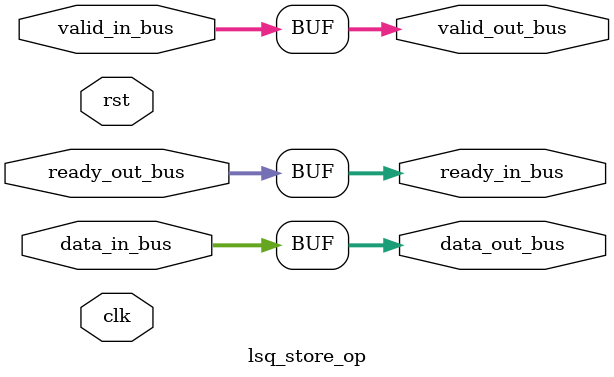
<source format=v>


module lsq_load_op #(parameter INPUTS = 2,
		parameter OUTPUTS = 2,
		parameter DATA_SIZE = 32,
		parameter ADDRESS_SIZE = 32)
	(
		input clk,
		input rst,
		input [INPUTS * (DATA_SIZE)- 1 : 0]data_in_bus,
		input [INPUTS - 1 : 0]valid_in_bus,
		output [INPUTS - 1 : 0] ready_in_bus,
		
		output [OUTPUTS * (DATA_SIZE) - 1 : 0]data_out_bus,
		output [OUTPUTS - 1 : 0]valid_out_bus,
		input 	[OUTPUTS - 1 : 0] ready_out_bus
);
	
	assign data_out_bus[1 * DATA_SIZE +: DATA_SIZE] = data_in_bus[1 * DATA_SIZE +: DATA_SIZE];
	assign valid_out_bus[1] = valid_in_bus[1];
	assign ready_in_bus[1] = ready_out_bus[1];
	
	assign data_out_bus[0 * DATA_SIZE +: DATA_SIZE] = data_in_bus[0 * DATA_SIZE +: DATA_SIZE];
	assign valid_out_bus[0] = valid_in_bus[0];
	assign ready_in_bus[0] = ready_out_bus[0];
endmodule




//----------------------------------------------------------------------- 
//-- LSQ Store Operation, version 0.0
//-----------------------------------------------------------------------
//As always Address is in 1 and data is in 0

//Wrong implementation. There will be problem when data size and address size are not equal
module lsq_store_op #(parameter INPUTS = 2,
		parameter OUTPUTS = 2,
		parameter DATA_SIZE = 32,
		parameter ADDRESS_SIZE = 32)
	(
		input clk,
		input rst,
		input [INPUTS * (DATA_SIZE)- 1 : 0]data_in_bus,
		input [INPUTS - 1 : 0]valid_in_bus,
		output [INPUTS - 1 : 0] ready_in_bus,
		
		output [OUTPUTS * (DATA_SIZE) - 1 : 0]data_out_bus,
		output [OUTPUTS - 1 : 0]valid_out_bus,
		input 	[OUTPUTS - 1 : 0] ready_out_bus
);
	
	assign data_out_bus[1 * DATA_SIZE +: DATA_SIZE] = data_in_bus[1 * DATA_SIZE +: DATA_SIZE];
	assign valid_out_bus[1] = valid_in_bus[1];
	assign ready_in_bus[1] = ready_out_bus[1];
	
	assign data_out_bus[0 * DATA_SIZE +: DATA_SIZE] = data_in_bus[0 * DATA_SIZE +: DATA_SIZE];
	assign valid_out_bus[0] = valid_in_bus[0];
	assign ready_in_bus[0] = ready_out_bus[0];
endmodule


</source>
